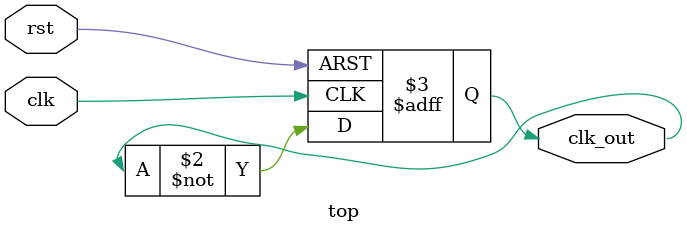
<source format=v>

module top(
	input clk,
    	input rst,
    	output clk_out
    	);
   reg clk_out;
   always @ (posedge(clk), posedge(rst))
     if (rst) begin
       clk_out <= 1'b0;
     end
     else begin
       clk_out <= ~clk_out;
     end
 
endmodule

</source>
